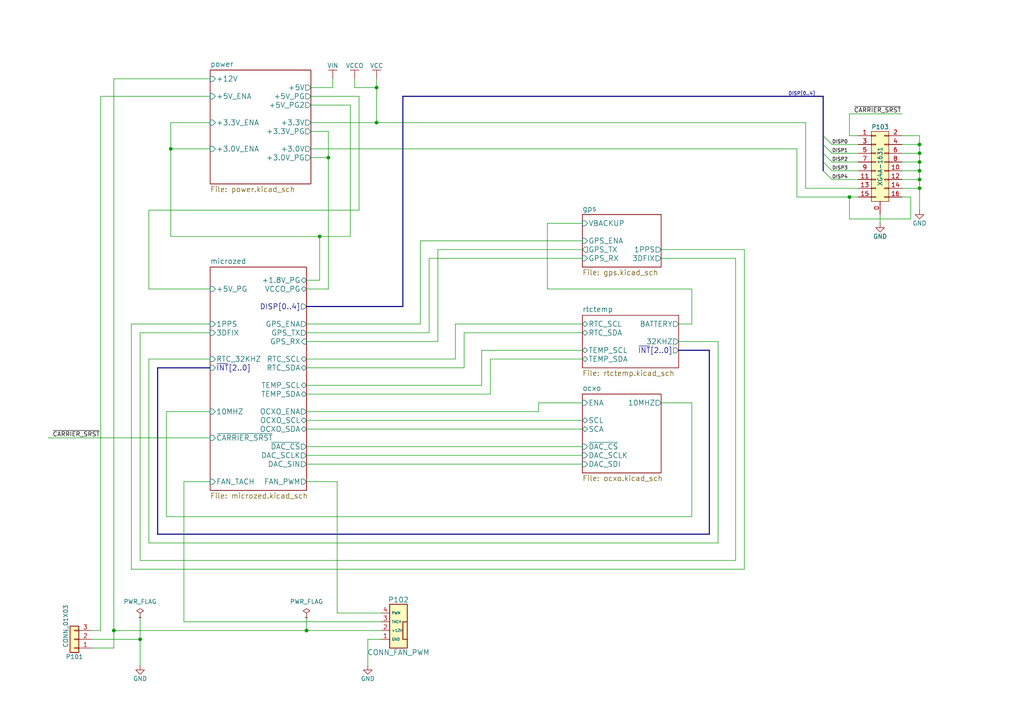
<source format=kicad_sch>
(kicad_sch (version 20231120) (generator "eeschema") (generator_version "8.0")
  (paper "A4")
  (title_block (title "Clock, NTP server w/ GPS disciplined OCXO") (date "2025-01-27") (rev "v1.2.0"))
  (lib_symbols
    (symbol "Connector_Generic:Conn_01x03" (pin_names (offset 1.016) hide)
      (property "Reference" "J" (at 0 5.08 0))
      (property "Value" "Conn_01x03" (at 0 -5.08 0))
      (symbol "Conn_01x03_1_1"
        (rectangle (start -1.27 -2.413) (end 0 -2.667) (stroke (width 0.1524)))
        (rectangle (start -1.27 0.127) (end 0 -0.127) (stroke (width 0.1524)))
        (rectangle (start -1.27 2.667) (end 0 2.413) (stroke (width 0.1524)))
        (rectangle (start -1.27 3.81) (end 1.27 -3.81) (stroke (width 0.254)) (fill (type background)))
        (pin passive line (at -5.08 2.54 0) (length 3.81) (name "Pin_1") (number "1"))
        (pin passive line (at -5.08 0 0) (length 3.81) (name "Pin_2") (number "2"))
        (pin passive line (at -5.08 -2.54 0) (length 3.81) (name "Pin_3") (number "3"))
      )
    )
    (symbol "Local:CONN_02X08_MTG" (pin_names (offset 0.0254) hide)
      (property "Reference" "P" (at 0 11.43 0))
      (property "Value" "CONN_02X08_MTG" (at 0 0 90))
      (symbol "CONN_02X08_MTG_0_1"
        (rectangle (start -2.54 -8.763) (end -1.27 -9.017))
        (rectangle (start -2.54 -6.223) (end -1.27 -6.477))
        (rectangle (start -2.54 -3.683) (end -1.27 -3.937))
        (rectangle (start -2.54 -1.143) (end -1.27 -1.397))
        (rectangle (start -2.54 1.397) (end -1.27 1.143))
        (rectangle (start -2.54 3.937) (end -1.27 3.683))
        (rectangle (start -2.54 6.477) (end -1.27 6.223))
        (rectangle (start -2.54 9.017) (end -1.27 8.763))
        (rectangle (start 1.27 -8.763) (end 2.54 -9.017))
        (rectangle (start 1.27 -6.223) (end 2.54 -6.477))
        (rectangle (start 1.27 -3.683) (end 2.54 -3.937))
        (rectangle (start 1.27 -1.143) (end 2.54 -1.397))
        (rectangle (start 1.27 1.397) (end 2.54 1.143))
        (rectangle (start 1.27 3.937) (end 2.54 3.683))
        (rectangle (start 1.27 6.477) (end 2.54 6.223))
        (rectangle (start 1.27 9.017) (end 2.54 8.763))
      )
      (symbol "CONN_02X08_MTG_1_1"
        (rectangle (start -2.54 10.16) (end 2.54 -10.16) (fill (type background)))
        (pin passive line (at 0 -13.97 90) (length 3.81) (name "~") (number "0"))
        (pin passive line (at -6.35 8.89 0) (length 3.81) (name "P1") (number "1"))
        (pin passive line (at 6.35 -1.27 180) (length 3.81) (name "P10") (number "10"))
        (pin passive line (at -6.35 -3.81 0) (length 3.81) (name "P11") (number "11"))
        (pin passive line (at 6.35 -3.81 180) (length 3.81) (name "P12") (number "12"))
        (pin passive line (at -6.35 -6.35 0) (length 3.81) (name "P13") (number "13"))
        (pin passive line (at 6.35 -6.35 180) (length 3.81) (name "P14") (number "14"))
        (pin passive line (at -6.35 -8.89 0) (length 3.81) (name "P15") (number "15"))
        (pin passive line (at 6.35 -8.89 180) (length 3.81) (name "P16") (number "16"))
        (pin passive line (at 6.35 8.89 180) (length 3.81) (name "P2") (number "2"))
        (pin passive line (at -6.35 6.35 0) (length 3.81) (name "P3") (number "3"))
        (pin passive line (at 6.35 6.35 180) (length 3.81) (name "P4") (number "4"))
        (pin passive line (at -6.35 3.81 0) (length 3.81) (name "P5") (number "5"))
        (pin passive line (at 6.35 3.81 180) (length 3.81) (name "P6") (number "6"))
        (pin passive line (at -6.35 1.27 0) (length 3.81) (name "P7") (number "7"))
        (pin passive line (at 6.35 1.27 180) (length 3.81) (name "P8") (number "8"))
        (pin passive line (at -6.35 -1.27 0) (length 3.81) (name "P9") (number "9"))
      )
    )
    (symbol "Local:CONN_FAN_PWM"
      (property "Reference" "P" (at 0 7.62 0))
      (property "Value" "CONN_FAN_PWM" (at 0 -7.62 0))
      (symbol "CONN_FAN_PWM_0_1"
        (polyline (pts (xy 2.54 1.27) (xy 1.27 1.27) (xy 1.27 -3.81) (xy 2.54 -3.81)) (stroke (width 0.254)))
      )
      (symbol "CONN_FAN_PWM_1_1"
        (rectangle (start -2.54 6.35) (end 2.54 -6.35) (stroke (width 0.254)) (fill (type background)))
        (pin power_in line (at -5.08 -3.81 0) (length 2.54) (name "GND") (number "1"))
        (pin power_in line (at -5.08 -1.27 0) (length 2.54) (name "+12V") (number "2"))
        (pin output line (at -5.08 1.27 0) (length 2.54) (name "TACH") (number "3"))
        (pin input line (at -5.08 3.81 0) (length 2.54) (name "PWM") (number "4"))
      )
    )
    (symbol "Local:VCC" (power) (pin_names (offset 0))
      (property "Value" "VCC" (at 0 3.81 0))
      (symbol "VCC_0_1"
        (polyline (pts (xy -1.27 2.54) (xy 1.27 2.54)))
        (polyline (pts (xy 0 0) (xy 0 2.54)))
      )
      (symbol "VCC_1_1"
        (pin power_in line (at 0 0 90) (length 0) hide (name "VCC") (number "1"))
      )
    )
    (symbol "Local:VCCO" (power) (pin_names (offset 0))
      (property "Value" "VCCO" (at 0 3.81 0))
      (symbol "VCCO_0_1"
        (polyline (pts (xy -1.27 2.54) (xy 1.27 2.54)))
        (polyline (pts (xy 0 0) (xy 0 2.54)))
      )
      (symbol "VCCO_1_1"
        (pin power_in line (at 0 0 90) (length 0) hide (name "VCCO") (number "1"))
      )
    )
    (symbol "Local:VIN" (power) (pin_names (offset 0))
      (property "Value" "VIN" (at 0 3.81 0))
      (symbol "VIN_0_1"
        (polyline (pts (xy -1.27 2.54) (xy 1.27 2.54)))
        (polyline (pts (xy 0 0) (xy 0 2.54)))
      )
      (symbol "VIN_1_1"
        (pin power_in line (at 0 0 90) (length 0) hide (name "VIN") (number "1"))
      )
    )
    (symbol "power:GND" (power) (pin_numbers hide) (pin_names (offset 0) hide)
      (property "Value" "GND" (at 0 -3.81 0))
      (symbol "GND_0_1"
        (polyline (pts (xy 0 0) (xy 0 -1.27) (xy 1.27 -1.27) (xy 0 -2.54) (xy -1.27 -1.27) (xy 0 -1.27)))
      )
      (symbol "GND_1_1"
        (pin power_in line (at 0 0 270) (length 0) (name "~") (number "1"))
      )
    )
    (symbol "power:PWR_FLAG" (power) (pin_numbers hide) (pin_names (offset 0) hide)
      (property "Value" "PWR_FLAG" (at 0 3.81 0))
      (symbol "PWR_FLAG_0_0"
        (pin power_out line (at 0 0 90) (length 0) (name "~") (number "1"))
      )
      (symbol "PWR_FLAG_0_1"
        (polyline (pts (xy 0 0) (xy 0 1.27) (xy -1.016 1.905) (xy 0 2.54) (xy 1.016 1.905) (xy 0 1.27)))
      )
    )
  )
  (junction (at 40.64 185.42))
  (junction (at 266.7 41.91))
  (junction (at 88.9 182.88))
  (junction (at 95.25 45.72))
  (junction (at 109.22 35.56))
  (junction (at 266.7 44.45))
  (junction (at 266.7 46.99))
  (junction (at 109.22 25.4))
  (junction (at 92.71 68.58))
  (junction (at 246.38 57.15))
  (junction (at 33.02 182.88))
  (junction (at 266.7 52.07))
  (junction (at 266.7 54.61))
  (junction (at 266.7 49.53))
  (junction (at 49.53 43.18))
  (bus_entry (at 238.76 44.45) (size 2.54 2.54))
  (bus_entry (at 238.76 49.53) (size 2.54 2.54))
  (bus_entry (at 238.76 39.37) (size 2.54 2.54))
  (bus_entry (at 238.76 41.91) (size 2.54 2.54))
  (bus_entry (at 238.76 46.99) (size 2.54 2.54))
  (wire (pts (xy 132.08 104.14) (xy 88.9 104.14)))
  (wire (pts (xy 43.18 83.82) (xy 60.96 83.82)))
  (wire (pts (xy 40.64 96.52) (xy 60.96 96.52)))
  (wire (pts (xy 266.7 54.61) (xy 261.62 54.61)))
  (wire (pts (xy 49.53 43.18) (xy 49.53 68.58)))
  (wire (pts (xy 95.25 38.1) (xy 95.25 45.72)))
  (wire (pts (xy 200.66 116.84) (xy 200.66 149.86)))
  (wire (pts (xy 231.14 57.15) (xy 246.38 57.15)))
  (wire (pts (xy 48.26 119.38) (xy 60.96 119.38)))
  (wire (pts (xy 168.91 132.08) (xy 88.9 132.08)))
  (wire (pts (xy 261.62 41.91) (xy 266.7 41.91)))
  (wire (pts (xy 213.36 162.56) (xy 40.64 162.56)))
  (bus (pts (xy 116.84 27.94) (xy 238.76 27.94)))
  (wire (pts (xy 266.7 49.53) (xy 261.62 49.53)))
  (wire (pts (xy 102.87 22.86) (xy 102.87 25.4)))
  (wire (pts (xy 246.38 33.02) (xy 261.62 33.02)))
  (wire (pts (xy 156.21 116.84) (xy 156.21 119.38)))
  (wire (pts (xy 49.53 35.56) (xy 49.53 43.18)))
  (bus (pts (xy 45.72 106.68) (xy 60.96 106.68)))
  (wire (pts (xy 88.9 114.3) (xy 142.24 114.3)))
  (wire (pts (xy 106.68 185.42) (xy 106.68 193.04)))
  (bus (pts (xy 238.76 46.99) (xy 238.76 49.53)))
  (wire (pts (xy 104.14 27.94) (xy 104.14 60.96)))
  (wire (pts (xy 266.7 46.99) (xy 266.7 49.53)))
  (wire (pts (xy 266.7 41.91) (xy 266.7 44.45)))
  (wire (pts (xy 95.25 45.72) (xy 90.17 45.72)))
  (bus (pts (xy 88.9 88.9) (xy 116.84 88.9)))
  (wire (pts (xy 208.28 157.48) (xy 208.28 99.06)))
  (wire (pts (xy 96.52 25.4) (xy 96.52 22.86)))
  (wire (pts (xy 168.91 72.39) (xy 127 72.39)))
  (wire (pts (xy 40.64 185.42) (xy 40.64 193.04)))
  (bus (pts (xy 238.76 27.94) (xy 238.76 39.37)))
  (wire (pts (xy 241.3 49.53) (xy 248.92 49.53)))
  (wire (pts (xy 266.7 46.99) (xy 261.62 46.99)))
  (wire (pts (xy 241.3 46.99) (xy 248.92 46.99)))
  (wire (pts (xy 132.08 93.98) (xy 132.08 104.14)))
  (wire (pts (xy 29.21 182.88) (xy 26.67 182.88)))
  (wire (pts (xy 139.7 111.76) (xy 88.9 111.76)))
  (wire (pts (xy 49.53 35.56) (xy 60.96 35.56)))
  (wire (pts (xy 255.27 64.77) (xy 255.27 62.23)))
  (wire (pts (xy 213.36 74.93) (xy 213.36 162.56)))
  (wire (pts (xy 90.17 25.4) (xy 96.52 25.4)))
  (bus (pts (xy 238.76 41.91) (xy 238.76 44.45)))
  (wire (pts (xy 139.7 101.6) (xy 139.7 111.76)))
  (wire (pts (xy 264.16 57.15) (xy 264.16 63.5)))
  (wire (pts (xy 134.62 96.52) (xy 168.91 96.52)))
  (wire (pts (xy 95.25 83.82) (xy 88.9 83.82)))
  (wire (pts (xy 124.46 74.93) (xy 124.46 96.52)))
  (wire (pts (xy 248.92 39.37) (xy 246.38 39.37)))
  (bus (pts (xy 238.76 44.45) (xy 238.76 46.99)))
  (wire (pts (xy 246.38 39.37) (xy 246.38 33.02)))
  (wire (pts (xy 26.67 185.42) (xy 40.64 185.42)))
  (wire (pts (xy 248.92 54.61) (xy 233.68 54.61)))
  (wire (pts (xy 53.34 180.34) (xy 110.49 180.34)))
  (bus (pts (xy 196.85 101.6) (xy 205.74 101.6)))
  (wire (pts (xy 241.3 52.07) (xy 248.92 52.07)))
  (wire (pts (xy 264.16 63.5) (xy 246.38 63.5)))
  (bus (pts (xy 205.74 101.6) (xy 205.74 154.94)))
  (wire (pts (xy 88.9 179.07) (xy 88.9 182.88)))
  (bus (pts (xy 238.76 39.37) (xy 238.76 41.91)))
  (wire (pts (xy 266.7 52.07) (xy 266.7 54.61)))
  (bus (pts (xy 45.72 154.94) (xy 45.72 106.68)))
  (wire (pts (xy 33.02 187.96) (xy 26.67 187.96)))
  (wire (pts (xy 156.21 119.38) (xy 88.9 119.38)))
  (wire (pts (xy 158.75 83.82) (xy 158.75 64.77)))
  (wire (pts (xy 266.7 44.45) (xy 266.7 46.99)))
  (wire (pts (xy 90.17 30.48) (xy 101.6 30.48)))
  (wire (pts (xy 60.96 43.18) (xy 49.53 43.18)))
  (wire (pts (xy 121.92 69.85) (xy 168.91 69.85)))
  (wire (pts (xy 60.96 27.94) (xy 29.21 27.94)))
  (wire (pts (xy 266.7 49.53) (xy 266.7 52.07)))
  (bus (pts (xy 205.74 154.94) (xy 45.72 154.94)))
  (wire (pts (xy 97.79 177.8) (xy 110.49 177.8)))
  (wire (pts (xy 92.71 81.28) (xy 88.9 81.28)))
  (wire (pts (xy 101.6 30.48) (xy 101.6 68.58)))
  (wire (pts (xy 168.91 101.6) (xy 139.7 101.6)))
  (wire (pts (xy 215.9 72.39) (xy 191.77 72.39)))
  (wire (pts (xy 88.9 106.68) (xy 134.62 106.68)))
  (wire (pts (xy 90.17 27.94) (xy 104.14 27.94)))
  (wire (pts (xy 88.9 121.92) (xy 168.91 121.92)))
  (bus (pts (xy 116.84 88.9) (xy 116.84 27.94)))
  (wire (pts (xy 142.24 114.3) (xy 142.24 104.14)))
  (wire (pts (xy 196.85 93.98) (xy 200.66 93.98)))
  (wire (pts (xy 43.18 104.14) (xy 43.18 157.48)))
  (wire (pts (xy 49.53 68.58) (xy 92.71 68.58)))
  (wire (pts (xy 215.9 165.1) (xy 215.9 72.39)))
  (wire (pts (xy 102.87 25.4) (xy 109.22 25.4)))
  (wire (pts (xy 95.25 45.72) (xy 95.25 83.82)))
  (wire (pts (xy 168.91 116.84) (xy 156.21 116.84)))
  (wire (pts (xy 124.46 74.93) (xy 168.91 74.93)))
  (wire (pts (xy 200.66 149.86) (xy 48.26 149.86)))
  (wire (pts (xy 158.75 64.77) (xy 168.91 64.77)))
  (wire (pts (xy 246.38 57.15) (xy 248.92 57.15)))
  (wire (pts (xy 60.96 93.98) (xy 38.1 93.98)))
  (wire (pts (xy 92.71 68.58) (xy 101.6 68.58)))
  (wire (pts (xy 48.26 149.86) (xy 48.26 119.38)))
  (wire (pts (xy 142.24 104.14) (xy 168.91 104.14)))
  (wire (pts (xy 109.22 25.4) (xy 109.22 35.56)))
  (wire (pts (xy 33.02 22.86) (xy 33.02 182.88)))
  (wire (pts (xy 109.22 22.86) (xy 109.22 25.4)))
  (wire (pts (xy 208.28 99.06) (xy 196.85 99.06)))
  (wire (pts (xy 33.02 182.88) (xy 88.9 182.88)))
  (wire (pts (xy 88.9 139.7) (xy 97.79 139.7)))
  (wire (pts (xy 90.17 43.18) (xy 231.14 43.18)))
  (wire (pts (xy 88.9 124.46) (xy 168.91 124.46)))
  (wire (pts (xy 33.02 182.88) (xy 33.02 187.96)))
  (wire (pts (xy 134.62 106.68) (xy 134.62 96.52)))
  (wire (pts (xy 104.14 60.96) (xy 43.18 60.96)))
  (wire (pts (xy 191.77 74.93) (xy 213.36 74.93)))
  (wire (pts (xy 88.9 99.06) (xy 127 99.06)))
  (wire (pts (xy 261.62 39.37) (xy 266.7 39.37)))
  (wire (pts (xy 124.46 96.52) (xy 88.9 96.52)))
  (wire (pts (xy 29.21 27.94) (xy 29.21 182.88)))
  (wire (pts (xy 38.1 93.98) (xy 38.1 165.1)))
  (wire (pts (xy 43.18 157.48) (xy 208.28 157.48)))
  (wire (pts (xy 88.9 129.54) (xy 168.91 129.54)))
  (wire (pts (xy 53.34 180.34) (xy 53.34 139.7)))
  (wire (pts (xy 60.96 104.14) (xy 43.18 104.14)))
  (wire (pts (xy 127 99.06) (xy 127 72.39)))
  (wire (pts (xy 40.64 162.56) (xy 40.64 96.52)))
  (wire (pts (xy 231.14 43.18) (xy 231.14 57.15)))
  (wire (pts (xy 88.9 134.62) (xy 168.91 134.62)))
  (wire (pts (xy 246.38 63.5) (xy 246.38 57.15)))
  (wire (pts (xy 266.7 54.61) (xy 266.7 60.96)))
  (wire (pts (xy 97.79 139.7) (xy 97.79 177.8)))
  (wire (pts (xy 88.9 182.88) (xy 110.49 182.88)))
  (wire (pts (xy 200.66 93.98) (xy 200.66 83.82)))
  (wire (pts (xy 92.71 68.58) (xy 92.71 81.28)))
  (wire (pts (xy 53.34 139.7) (xy 60.96 139.7)))
  (wire (pts (xy 38.1 165.1) (xy 215.9 165.1)))
  (wire (pts (xy 200.66 83.82) (xy 158.75 83.82)))
  (wire (pts (xy 266.7 44.45) (xy 261.62 44.45)))
  (wire (pts (xy 168.91 93.98) (xy 132.08 93.98)))
  (wire (pts (xy 241.3 41.91) (xy 248.92 41.91)))
  (wire (pts (xy 233.68 54.61) (xy 233.68 35.56)))
  (wire (pts (xy 40.64 179.07) (xy 40.64 185.42)))
  (wire (pts (xy 248.92 44.45) (xy 241.3 44.45)))
  (wire (pts (xy 110.49 185.42) (xy 106.68 185.42)))
  (wire (pts (xy 121.92 93.98) (xy 121.92 69.85)))
  (wire (pts (xy 90.17 38.1) (xy 95.25 38.1)))
  (wire (pts (xy 266.7 52.07) (xy 261.62 52.07)))
  (wire (pts (xy 43.18 60.96) (xy 43.18 83.82)))
  (wire (pts (xy 261.62 57.15) (xy 264.16 57.15)))
  (wire (pts (xy 60.96 127) (xy 13.97 127)))
  (wire (pts (xy 233.68 35.56) (xy 109.22 35.56)))
  (wire (pts (xy 266.7 39.37) (xy 266.7 41.91)))
  (wire (pts (xy 60.96 22.86) (xy 33.02 22.86)))
  (wire (pts (xy 88.9 93.98) (xy 121.92 93.98)))
  (wire (pts (xy 191.77 116.84) (xy 200.66 116.84)))
  (wire (pts (xy 109.22 35.56) (xy 90.17 35.56)))
  (label "~{CARRIER_SRST}" (at 247.65 33.02 0))
  (label "DISP1" (at 241.3 44.45 0) (effects (font (size 1.016 1.016))))
  (label "DISP3" (at 241.3 49.53 0) (effects (font (size 1.016 1.016))))
  (label "DISP2" (at 241.3 46.99 0) (effects (font (size 1.016 1.016))))
  (label "DISP[0..4]" (at 228.6 27.94 0) (effects (font (size 1.016 1.016))))
  (label "DISP4" (at 241.3 52.07 0) (effects (font (size 1.016 1.016))))
  (label "DISP0" (at 241.3 41.91 0) (effects (font (size 1.016 1.016))))
  (label "~{CARRIER_SRST}" (at 15.24 127 0))
  (symbol (lib_id "power:GND") (at 266.7 60.96 0) (unit 1)
    (property "Reference" "#PWR01" (effects (hide yes)))
    (property "Value" "GND" (at 266.7 64.77 0))
    (property "Description" "Power symbol creates a global label with name \"GND\" , ground" (effects (hide yes)))
  )
  (symbol (lib_id "Connector_Generic:Conn_01x03") (at 21.59 185.42 180) (unit 1)
    (property "Reference" "P101" (at 21.59 190.5 0))
    (property "Value" "CONN_01X03" (at 19.05 181.61 90))
    (property "Footprint" "Local:Terminal_Block_1x03" (effects (hide yes)))
    (property "Manufacturer" "Phoenix Contact" (effects (hide yes)))
    (property "PartNum" "1729131" (effects (hide yes)))
  )
  (symbol (lib_id "power:GND") (at 40.64 193.04 0) (unit 1)
    (property "Reference" "#PWR03" (effects (hide yes)))
    (property "Value" "GND" (at 40.64 196.85 0))
    (property "Description" "Power symbol creates a global label with name \"GND\" , ground" (effects (hide yes)))
  )
  (symbol (lib_id "Local:CONN_FAN_PWM") (at 115.57 181.61 0) (unit 1)
    (property "Reference" "P102" (at 115.57 173.99 0) (effects (font (size 1.524 1.524))))
    (property "Value" "CONN_FAN_PWM" (at 115.57 189.23 0) (effects (font (size 1.524 1.524))))
    (property "Footprint" "Local:470531000" (effects (hide yes)))
    (property "Manufacturer" "Molex" (effects (hide yes)))
    (property "PartNum" "47053-1000" (effects (hide yes)))
  )
  (symbol (lib_id "power:GND") (at 106.68 193.04 0) (unit 1)
    (property "Reference" "#PWR02" (effects (hide yes)))
    (property "Value" "GND" (at 106.68 196.85 0))
    (property "Description" "Power symbol creates a global label with name \"GND\" , ground" (effects (hide yes)))
  )
  (symbol (lib_id "power:PWR_FLAG") (at 40.64 179.07 0) (unit 1)
    (property "Reference" "#FLG04" (effects (hide yes)))
    (property "Value" "PWR_FLAG" (at 40.64 174.498 0))
    (property "Datasheet" "~" (at 40.64 179.07 0) (effects (font (size 1.524 1.524))))
    (property "Description" "Special symbol for telling ERC where power comes from" (effects (hide yes)))
  )
  (symbol (lib_id "power:PWR_FLAG") (at 88.9 179.07 0) (unit 1)
    (property "Reference" "#FLG05" (effects (hide yes)))
    (property "Value" "PWR_FLAG" (at 88.9 174.498 0))
    (property "Datasheet" "~" (at 88.9 179.07 0) (effects (font (size 1.524 1.524))))
    (property "Description" "Special symbol for telling ERC where power comes from" (effects (hide yes)))
  )
  (symbol (lib_id "Local:CONN_02X08_MTG") (at 255.27 48.26 0) (unit 1)
    (property "Reference" "P103" (at 255.27 36.83 0))
    (property "Value" "XG4A-1631" (at 255.27 48.26 90))
    (property "Footprint" "Local:XG4A-1631" (effects (hide yes)))
    (property "Manufacturer" "Omron Electronics" (effects (hide yes)))
    (property "PartNum" "XG4A-1631" (effects (hide yes)))
  )
  (symbol (lib_id "power:GND") (at 255.27 64.77 0) (unit 1)
    (property "Reference" "#PWR06" (effects (hide yes)))
    (property "Value" "GND" (at 255.27 68.58 0))
    (property "Description" "Power symbol creates a global label with name \"GND\" , ground" (effects (hide yes)))
  )
  (symbol (lib_id "Local:VIN") (at 96.52 22.86 0) (unit 1)
    (property "Reference" "#PWR07" (effects (hide yes)))
    (property "Value" "VIN" (at 96.52 19.05 0))
  )
  (symbol (lib_id "Local:VCCO") (at 102.87 22.86 0) (unit 1)
    (property "Reference" "#PWR08" (effects (hide yes)))
    (property "Value" "VCCO" (at 102.87 19.05 0))
  )
  (symbol (lib_id "Local:VCC") (at 109.22 22.86 0) (unit 1)
    (property "Reference" "#PWR09" (effects (hide yes)))
    (property "Value" "VCC" (at 109.22 19.05 0))
  )
  (sheet (at 60.96 20.32) (size 29.21 33.02)
    (property "Sheetname" "power" (at 60.96 19.4814 0) (effects (font (size 1.524 1.524)) (justify left bottom)))
    (property "Sheetfile" "power.kicad_sch" (at 60.96 54.0262 0) (effects (font (size 1.524 1.524)) (justify left top)))
    (pin "+5V" output (at 90.17 25.4 0) (effects (font (size 1.524 1.524))))
    (pin "+3.3V" output (at 90.17 35.56 0) (effects (font (size 1.524 1.524))))
    (pin "+3.0V" output (at 90.17 43.18 0) (effects (font (size 1.524 1.524))))
    (pin "+3.0V_PG" output (at 90.17 45.72 0) (effects (font (size 1.524 1.524))))
    (pin "+3.3V_PG" output (at 90.17 38.1 0) (effects (font (size 1.524 1.524))))
    (pin "+5V_PG" output (at 90.17 27.94 0) (effects (font (size 1.524 1.524))))
    (pin "+5V_ENA" input (at 60.96 27.94 180) (effects (font (size 1.524 1.524))))
    (pin "+3.3V_ENA" input (at 60.96 35.56 180) (effects (font (size 1.524 1.524))))
    (pin "+3.0V_ENA" input (at 60.96 43.18 180) (effects (font (size 1.524 1.524))))
    (pin "+12V" input (at 60.96 22.86 180) (effects (font (size 1.524 1.524))))
    (pin "+5V_PG2" output (at 90.17 30.48 0) (effects (font (size 1.524 1.524))))
  )
  (sheet (at 168.91 114.3) (size 22.86 22.86)
    (property "Sheetname" "ocxo" (at 168.91 113.4614 0) (effects (font (size 1.524 1.524)) (justify left bottom)))
    (property "Sheetfile" "ocxo.kicad_sch" (at 168.91 137.8462 0) (effects (font (size 1.524 1.524)) (justify left top)))
    (pin "10MHZ" output (at 191.77 116.84 0) (effects (font (size 1.524 1.524))))
    (pin "SCL" bidirectional (at 168.91 121.92 180) (effects (font (size 1.524 1.524))))
    (pin "SCA" bidirectional (at 168.91 124.46 180) (effects (font (size 1.524 1.524))))
    (pin "~{DAC_CS}" input (at 168.91 129.54 180) (effects (font (size 1.524 1.524))))
    (pin "DAC_SCLK" input (at 168.91 132.08 180) (effects (font (size 1.524 1.524))))
    (pin "DAC_SDI" input (at 168.91 134.62 180) (effects (font (size 1.524 1.524))))
    (pin "ENA" input (at 168.91 116.84 180) (effects (font (size 1.524 1.524))))
  )
  (sheet (at 168.91 62.23) (size 22.86 15.24)
    (property "Sheetname" "gps" (at 168.91 61.3914 0) (effects (font (size 1.524 1.524)) (justify left bottom)))
    (property "Sheetfile" "gps.kicad_sch" (at 168.91 78.1562 0) (effects (font (size 1.524 1.524)) (justify left top)))
    (pin "GPS_TX" output (at 168.91 72.39 180) (effects (font (size 1.524 1.524))))
    (pin "GPS_RX" input (at 168.91 74.93 180) (effects (font (size 1.524 1.524))))
    (pin "1PPS" output (at 191.77 72.39 0) (effects (font (size 1.524 1.524))))
    (pin "3DFIX" output (at 191.77 74.93 0) (effects (font (size 1.524 1.524))))
    (pin "VBACKUP" input (at 168.91 64.77 180) (effects (font (size 1.524 1.524))))
    (pin "GPS_ENA" input (at 168.91 69.85 180) (effects (font (size 1.524 1.524))))
  )
  (sheet (at 60.96 77.47) (size 27.94 64.77)
    (property "Sheetname" "microzed" (at 60.96 76.6314 0) (effects (font (size 1.524 1.524)) (justify left bottom)))
    (property "Sheetfile" "microzed.kicad_sch" (at 60.96 142.9262 0) (effects (font (size 1.524 1.524)) (justify left top)))
    (pin "+5V_PG" input (at 60.96 83.82 180) (effects (font (size 1.524 1.524))))
    (pin "+1.8V_PG" bidirectional (at 88.9 81.28 0) (effects (font (size 1.524 1.524))))
    (pin "VCCO_PG" bidirectional (at 88.9 83.82 0) (effects (font (size 1.524 1.524))))
    (pin "GPS_TX" output (at 88.9 96.52 0) (effects (font (size 1.524 1.524))))
    (pin "GPS_RX" input (at 88.9 99.06 0) (effects (font (size 1.524 1.524))))
    (pin "OCXO_SCL" bidirectional (at 88.9 121.92 0) (effects (font (size 1.524 1.524))))
    (pin "OCXO_SDA" bidirectional (at 88.9 124.46 0) (effects (font (size 1.524 1.524))))
    (pin "~{DAC_CS}" output (at 88.9 129.54 0) (effects (font (size 1.524 1.524))))
    (pin "DAC_SCLK" output (at 88.9 132.08 0) (effects (font (size 1.524 1.524))))
    (pin "DAC_SIN" output (at 88.9 134.62 0) (effects (font (size 1.524 1.524))))
    (pin "10MHZ" input (at 60.96 119.38 180) (effects (font (size 1.524 1.524))))
    (pin "1PPS" input (at 60.96 93.98 180) (effects (font (size 1.524 1.524))))
    (pin "3DFIX" input (at 60.96 96.52 180) (effects (font (size 1.524 1.524))))
    (pin "FAN_PWM" output (at 88.9 139.7 0) (effects (font (size 1.524 1.524))))
    (pin "DISP[0..4]" output (at 88.9 88.9 0) (effects (font (size 1.524 1.524))))
    (pin "RTC_SCL" bidirectional (at 88.9 104.14 0) (effects (font (size 1.524 1.524))))
    (pin "RTC_SDA" bidirectional (at 88.9 106.68 0) (effects (font (size 1.524 1.524))))
    (pin "TEMP_SCL" bidirectional (at 88.9 111.76 0) (effects (font (size 1.524 1.524))))
    (pin "TEMP_SDA" bidirectional (at 88.9 114.3 0) (effects (font (size 1.524 1.524))))
    (pin "FAN_TACH" input (at 60.96 139.7 180) (effects (font (size 1.524 1.524))))
    (pin "~{CARRIER_SRST}" input (at 60.96 127 180) (effects (font (size 1.524 1.524))))
    (pin "GPS_ENA" output (at 88.9 93.98 0) (effects (font (size 1.524 1.524))))
    (pin "OCXO_ENA" output (at 88.9 119.38 0) (effects (font (size 1.524 1.524))))
    (pin "RTC_32KHZ" input (at 60.96 104.14 180) (effects (font (size 1.524 1.524))))
    (pin "~{INT}[2..0]" input (at 60.96 106.68 180) (effects (font (size 1.524 1.524))))
  )
  (sheet (at 168.91 91.44) (size 27.94 15.24)
    (property "Sheetname" "rtctemp" (at 168.91 90.6014 0) (effects (font (size 1.524 1.524)) (justify left bottom)))
    (property "Sheetfile" "rtctemp.kicad_sch" (at 168.91 107.3662 0) (effects (font (size 1.524 1.524)) (justify left top)))
    (pin "RTC_SCL" bidirectional (at 168.91 93.98 180) (effects (font (size 1.524 1.524))))
    (pin "RTC_SDA" bidirectional (at 168.91 96.52 180) (effects (font (size 1.524 1.524))))
    (pin "BATTERY" output (at 196.85 93.98 0) (effects (font (size 1.524 1.524))))
    (pin "TEMP_SCL" bidirectional (at 168.91 101.6 180) (effects (font (size 1.524 1.524))))
    (pin "TEMP_SDA" bidirectional (at 168.91 104.14 180) (effects (font (size 1.524 1.524))))
    (pin "32KHZ" output (at 196.85 99.06 0) (effects (font (size 1.524 1.524))))
    (pin "~{INT}[2..0]" output (at 196.85 101.6 0) (effects (font (size 1.524 1.524))))
  )
)
</source>
